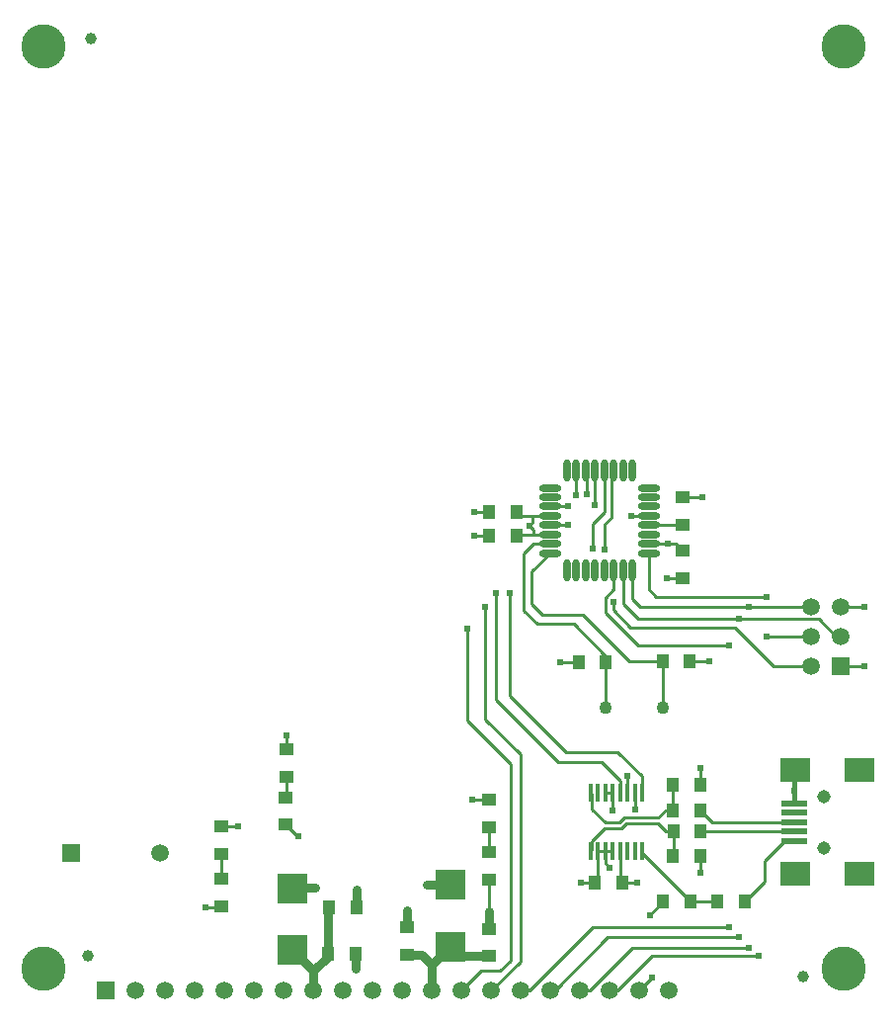
<source format=gtl>
%FSLAX25Y25*%
%MOIN*%
G70*
G01*
G75*
G04 Layer_Physical_Order=1*
G04 Layer_Color=255*
%ADD10R,0.04134X0.05118*%
%ADD11R,0.05118X0.04134*%
%ADD12R,0.10000X0.10000*%
%ADD13R,0.09055X0.01969*%
%ADD14R,0.09843X0.07874*%
%ADD15O,0.02362X0.07677*%
%ADD16O,0.07677X0.02362*%
%ADD17R,0.01400X0.06000*%
%ADD18C,0.03937*%
%ADD19C,0.01500*%
%ADD20C,0.03000*%
%ADD21C,0.01000*%
%ADD22R,0.05906X0.05906*%
%ADD23C,0.05906*%
%ADD24R,0.05906X0.05906*%
%ADD25C,0.05906*%
%ADD26C,0.04331*%
%ADD27R,0.05906X0.05906*%
%ADD28C,0.04500*%
%ADD29C,0.15000*%
%ADD30C,0.02400*%
D10*
X336701Y152792D02*
D03*
X327449D02*
D03*
X336704Y176683D02*
D03*
X327452D02*
D03*
X310377Y143905D02*
D03*
X301125D02*
D03*
X265295Y260882D02*
D03*
X274547D02*
D03*
X265421Y268810D02*
D03*
X274673D02*
D03*
X220243Y119894D02*
D03*
X210991D02*
D03*
X333067Y218428D02*
D03*
X323815D02*
D03*
X295512Y218196D02*
D03*
X304764D02*
D03*
X211352Y135451D02*
D03*
X220604D02*
D03*
X336740Y161230D02*
D03*
X327488D02*
D03*
X342383Y137548D02*
D03*
X351635D02*
D03*
X336683Y168207D02*
D03*
X327431D02*
D03*
X324095Y137500D02*
D03*
X333347D02*
D03*
D11*
X330723Y246554D02*
D03*
Y255806D02*
D03*
X330792Y273856D02*
D03*
Y264604D02*
D03*
X237604Y128739D02*
D03*
Y119487D02*
D03*
X175046Y135872D02*
D03*
Y145124D02*
D03*
X196666Y163398D02*
D03*
Y172650D02*
D03*
X265386Y171811D02*
D03*
Y162559D02*
D03*
X265421Y119013D02*
D03*
X265421Y128265D02*
D03*
X175021Y153648D02*
D03*
Y162900D02*
D03*
X196914Y179454D02*
D03*
Y188706D02*
D03*
X265401Y154141D02*
D03*
Y144889D02*
D03*
D12*
X199091Y121156D02*
D03*
Y141856D02*
D03*
X252399Y122330D02*
D03*
Y143030D02*
D03*
D13*
X368146Y170582D02*
D03*
Y167432D02*
D03*
Y164282D02*
D03*
Y161133D02*
D03*
Y157983D02*
D03*
D14*
X390193Y146763D02*
D03*
X368540D02*
D03*
X390193Y181802D02*
D03*
X368540D02*
D03*
D15*
X291645Y282683D02*
D03*
X294795Y282683D02*
D03*
X297945Y282683D02*
D03*
X301094D02*
D03*
X304244D02*
D03*
X307393D02*
D03*
X310543D02*
D03*
X313693D02*
D03*
X313693Y249219D02*
D03*
X310543D02*
D03*
X307393Y249219D02*
D03*
X304244Y249219D02*
D03*
X301094D02*
D03*
X297945D02*
D03*
X294795D02*
D03*
X291645D02*
D03*
D16*
X319402Y276975D02*
D03*
Y273825D02*
D03*
Y270676D02*
D03*
Y267526D02*
D03*
Y264376D02*
D03*
Y261227D02*
D03*
Y258077D02*
D03*
Y254928D02*
D03*
X285937D02*
D03*
Y258077D02*
D03*
Y261227D02*
D03*
Y264376D02*
D03*
Y267526D02*
D03*
Y270676D02*
D03*
Y273825D02*
D03*
Y276975D02*
D03*
D17*
X317057Y174039D02*
D03*
X314557D02*
D03*
X312057D02*
D03*
X309557D02*
D03*
X307057D02*
D03*
X304557Y174039D02*
D03*
X302057Y174039D02*
D03*
X299557D02*
D03*
Y154539D02*
D03*
X302057D02*
D03*
X304557D02*
D03*
X307057D02*
D03*
X309557D02*
D03*
X312057D02*
D03*
X314557D02*
D03*
X317057D02*
D03*
D18*
X130842Y428461D02*
D03*
X130103Y119018D02*
D03*
X371277Y112311D02*
D03*
D19*
X368398Y170543D02*
Y174724D01*
Y181370D01*
D20*
X246120Y107463D02*
Y116052D01*
X252399Y122330D01*
X242686Y119487D02*
X246120Y116052D01*
X237604Y119487D02*
X242686D01*
X255716Y119013D02*
X265421D01*
X265421Y128265D02*
Y134314D01*
X244192Y143030D02*
X252399D01*
X237604Y128739D02*
Y134510D01*
X206120Y107463D02*
Y114127D01*
X199091Y121156D02*
X206120Y114127D01*
X210991Y118998D02*
Y119894D01*
X206120Y114127D02*
X210991Y118998D01*
Y119894D02*
Y135090D01*
X211352Y135451D01*
X220243Y114885D02*
Y119894D01*
X220223Y114865D02*
X220243Y114885D01*
X220604Y135451D02*
Y141507D01*
X220691Y141594D01*
X199091Y141856D02*
X199346Y142110D01*
X206685D01*
D21*
X364928Y157945D02*
X368398D01*
X358183Y151200D02*
X364928Y157945D01*
X358183Y144095D02*
Y151200D01*
X351635Y137548D02*
X358183Y144095D01*
X333394Y137548D02*
X342383D01*
X319493Y132899D02*
X324095Y137500D01*
X317057Y153790D02*
X333347Y137500D01*
X309557Y144725D02*
Y154539D01*
X302057Y144836D02*
Y154539D01*
X304557D01*
X307057D01*
X304557Y150446D02*
Y154539D01*
Y150446D02*
X306134Y148869D01*
X296363Y143905D02*
X301125D01*
X310377D02*
X315380D01*
X312057Y174039D02*
Y179837D01*
X314557Y168376D02*
Y174039D01*
X304557Y174039D02*
X307057D01*
X307057Y168267D02*
Y174039D01*
X328452Y258077D02*
X330723Y255806D01*
X319629Y264604D02*
X330792D01*
X304627Y202848D02*
Y218058D01*
X323839Y202848D02*
Y218404D01*
X333067Y218428D02*
X339654D01*
X289212Y218196D02*
X295512D01*
X383869Y236935D02*
X392065D01*
X383869Y216935D02*
X391921D01*
X276951Y235667D02*
X281481Y231138D01*
X276951Y235667D02*
Y254692D01*
X280337Y258077D01*
X285937D01*
X279799Y237868D02*
X283422Y234244D01*
X279799Y237868D02*
Y248789D01*
X285937Y254928D01*
X382465Y226935D02*
X383869D01*
X313693Y239409D02*
X316167Y236935D01*
X313693Y239409D02*
Y249219D01*
X359044Y226935D02*
X373869D01*
X321804Y240325D02*
X359044D01*
X319402Y242728D02*
X321804Y240325D01*
X319402Y242728D02*
Y254928D01*
X325183Y246554D02*
X330723D01*
X330792Y273856D02*
X337377D01*
X260275Y268810D02*
X265421D01*
X260306Y260882D02*
X265295D01*
X280414Y261227D02*
Y262918D01*
X279086Y264247D02*
X280414Y262918D01*
X274891Y261227D02*
X280414D01*
X285937D01*
X279876Y265037D02*
Y267526D01*
X275957D02*
X279876D01*
X285937D01*
Y264376D02*
X292083D01*
X285937Y270676D02*
X292039D01*
X313250Y267526D02*
X319402D01*
Y258077D02*
X325535D01*
X328452D01*
X317057Y174039D02*
Y179729D01*
X308797Y187988D02*
X317057Y179729D01*
X291262Y187988D02*
X308797D01*
X272323Y206927D02*
X291262Y187988D01*
X272323Y206927D02*
Y241559D01*
X309557Y174039D02*
Y178216D01*
X303292Y184481D02*
X309557Y178216D01*
X288716Y184481D02*
X303292D01*
X267768Y205429D02*
X288716Y184481D01*
X267768Y205429D02*
Y241368D01*
X256120Y107463D02*
X262710Y114053D01*
X269095D01*
X272659Y117617D01*
X266120Y107463D02*
X275913Y117256D01*
Y187056D01*
X294518Y274574D02*
Y282407D01*
X298298Y274976D02*
Y282330D01*
X361276Y216935D02*
X373869D01*
X301096Y271266D02*
Y282681D01*
X264035Y198934D02*
X275913Y187056D01*
X264035Y198934D02*
Y236799D01*
X257985Y198669D02*
Y229345D01*
Y198669D02*
X272659Y183995D01*
Y117617D02*
Y183995D01*
X300425Y256632D02*
Y264989D01*
X304244Y268808D01*
Y282683D01*
X304322Y256100D02*
Y264690D01*
X306625Y266992D01*
Y281915D01*
X348267Y229944D02*
X361276Y216935D01*
X313055Y229944D02*
X348267D01*
X376617Y232782D02*
X382465Y226935D01*
X265401Y134334D02*
Y144889D01*
Y154141D02*
Y162544D01*
X259616Y171811D02*
X265386D01*
X300057Y168629D02*
Y173539D01*
X299557Y174039D02*
X300057Y173539D01*
X299557Y154539D02*
X300057Y155039D01*
X304211Y162090D02*
X310015D01*
X300057Y157936D02*
X304211Y162090D01*
X300057Y155039D02*
Y157936D01*
X310015Y162090D02*
X311644Y163718D01*
X322433D01*
X324921Y161230D02*
X327488D01*
X322433Y163718D02*
X324921Y161230D01*
X304596Y164090D02*
X309187D01*
X310815Y165718D01*
X313396D02*
X313438Y165676D01*
X310815Y165718D02*
X313396D01*
X313438Y165676D02*
X319965D01*
X320007Y165718D01*
X322376D01*
X324864Y168207D01*
X327431D01*
X300057Y168629D02*
X304596Y164090D01*
X340646Y164244D02*
X368398D01*
X336683Y168207D02*
X340646Y164244D01*
X336876Y161094D02*
X368398D01*
X327431Y168207D02*
Y176662D01*
X327488Y152831D02*
Y161230D01*
X336704Y176683D02*
Y182595D01*
X336701Y147195D02*
Y152792D01*
X316120Y107463D02*
X320431Y111774D01*
Y111882D01*
X310543Y237728D02*
X315489Y232782D01*
X310543Y237728D02*
Y249219D01*
X307197Y235802D02*
Y238614D01*
Y235802D02*
X313055Y229944D01*
X306120Y107463D02*
X308592D01*
X296120D02*
X299242D01*
X313559Y121780D01*
X353023D01*
X286120Y107463D02*
X287496D01*
X305408Y125375D01*
X349764D01*
X276120Y107463D02*
X278866D01*
X300374Y128971D01*
X346143D01*
X316167Y236935D02*
X373869D01*
X315489Y232782D02*
X376617D01*
X315559Y223757D02*
X346143D01*
X304497Y234819D02*
X315559Y223757D01*
X304497Y234819D02*
Y239786D01*
X307393Y242683D01*
Y249219D01*
X283422Y234244D02*
X296886D01*
X312702Y218428D01*
X323815D01*
X281481Y231138D02*
X293944D01*
X304764Y220317D01*
Y218196D02*
Y220317D01*
X320208Y119080D02*
X356160D01*
X308592Y107463D02*
X320208Y119080D01*
X196914Y188706D02*
Y193391D01*
X196964Y193440D01*
X196914Y172897D02*
Y179454D01*
X196666Y172650D02*
X196914Y172897D01*
X196666Y163398D02*
X200617Y159447D01*
X201109D01*
X175021Y145150D02*
Y153648D01*
Y145150D02*
X175046Y145124D01*
X175021Y162900D02*
X180596D01*
X180622Y162925D01*
X174767Y135594D02*
X175046Y135872D01*
X169492Y135594D02*
X174767D01*
D22*
X383869Y216935D02*
D03*
D23*
X373869D02*
D03*
X383869Y226935D02*
D03*
X373869D02*
D03*
X383869Y236935D02*
D03*
X373869D02*
D03*
X146075Y107355D02*
D03*
X156075D02*
D03*
X166075D02*
D03*
X176075D02*
D03*
X186075D02*
D03*
X196075D02*
D03*
X206075D02*
D03*
X216075D02*
D03*
X226075D02*
D03*
X236075D02*
D03*
X246075D02*
D03*
X256075D02*
D03*
X266075D02*
D03*
X276075D02*
D03*
X286075D02*
D03*
X296075D02*
D03*
X306075D02*
D03*
X316075D02*
D03*
X326075D02*
D03*
D24*
X124220Y153930D02*
D03*
D25*
X154220D02*
D03*
D26*
X323839Y202848D02*
D03*
X304627D02*
D03*
D27*
X136075Y107355D02*
D03*
D28*
X378382Y155621D02*
D03*
Y172944D02*
D03*
D29*
X385000Y425994D02*
D03*
X115000D02*
D03*
Y115000D02*
D03*
X385000D02*
D03*
D30*
X368398Y174724D02*
D03*
X265421Y134314D02*
D03*
X244192Y143030D02*
D03*
X237604Y134510D02*
D03*
X319493Y132899D02*
D03*
X306134Y148869D02*
D03*
X296363Y143905D02*
D03*
X315380D02*
D03*
X312057Y179837D02*
D03*
X314557Y168376D02*
D03*
X307057Y168267D02*
D03*
X339654Y218428D02*
D03*
X289212Y218196D02*
D03*
X392065Y236935D02*
D03*
X391921Y216935D02*
D03*
X359044Y226935D02*
D03*
Y240325D02*
D03*
X325183Y246554D02*
D03*
X337377Y273856D02*
D03*
X260275Y268810D02*
D03*
X260306Y260882D02*
D03*
X279086Y264247D02*
D03*
X292083Y264376D02*
D03*
X292039Y270676D02*
D03*
X313250Y267526D02*
D03*
X325535Y258077D02*
D03*
X272323Y241559D02*
D03*
X267768Y241368D02*
D03*
X298298Y274976D02*
D03*
X294518Y274574D02*
D03*
X301096Y271266D02*
D03*
X257985Y229345D02*
D03*
X264035Y236799D02*
D03*
X300425Y256632D02*
D03*
X304322Y256100D02*
D03*
X259616Y171811D02*
D03*
X336704Y182595D02*
D03*
X336701Y147195D02*
D03*
X320431Y111882D02*
D03*
X307197Y238614D02*
D03*
X346143Y128971D02*
D03*
X349764Y125375D02*
D03*
X353023Y121780D02*
D03*
Y236935D02*
D03*
X349764Y232723D02*
D03*
X346143Y223757D02*
D03*
X356160Y119080D02*
D03*
X220223Y114865D02*
D03*
X220691Y141594D02*
D03*
X206685Y142110D02*
D03*
X196964Y193440D02*
D03*
X201109Y159447D02*
D03*
X180622Y162925D02*
D03*
X169492Y135594D02*
D03*
M02*

</source>
